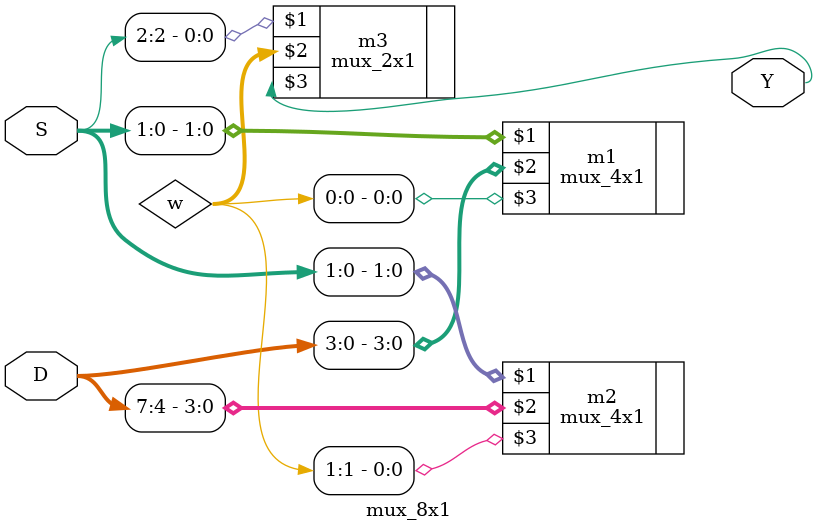
<source format=v>
module mux_8x1(input  [7:0] D,   // Data inputs
    input  [2:0] S,   // Select lines
    output  Y );

wire [1:0]w;

mux_4x1 m1(S[1:0],D[3:0],w[0]);
mux_4x1 m2(S[1:0],D[7:4],w[1]);
mux_2x1 m3(S[2],w,Y);


endmodule
</source>
